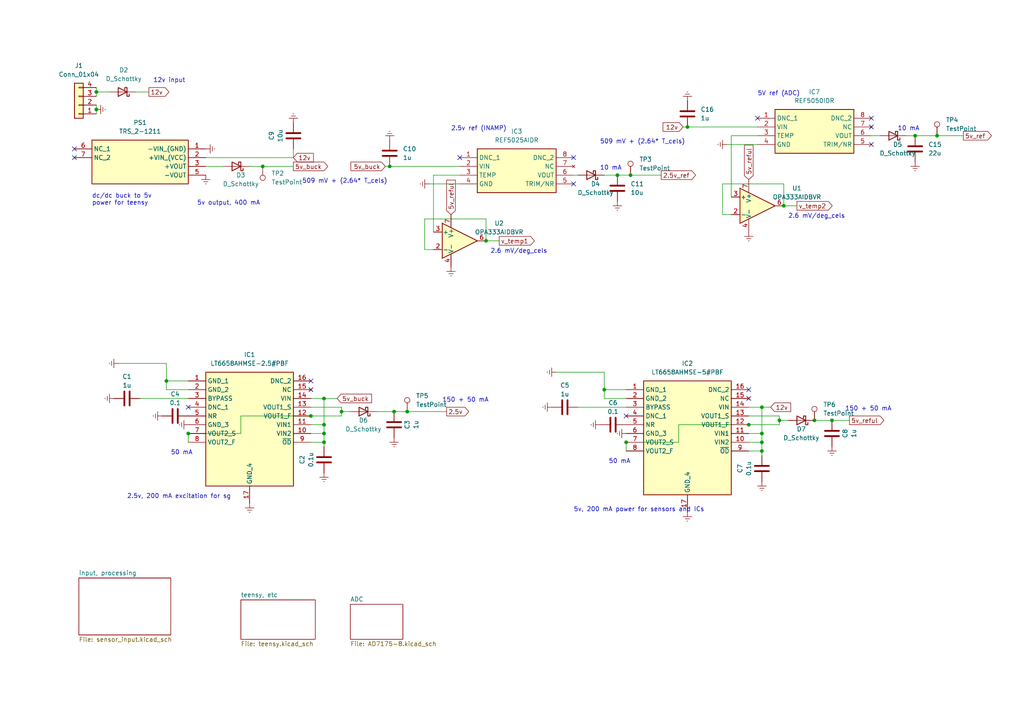
<source format=kicad_sch>
(kicad_sch (version 20230121) (generator eeschema)
  (paper "A4")
  (lib_symbols
    (symbol "21xt_symbols:LT6658AHMSE-2.5#PBF"
      (property "Reference" "IC" (at 31.75 7.62 0))
      (property "Value" "LT6658AHMSE-2.5#PBF" (at 31.75 5.08 0))
      (symbol "LT6658AHMSE-2.5#PBF_1_1"
        (rectangle (start 5.08 2.54) (end 30.48 -30.48) (stroke (width 0.254)) (fill (type background)))
        (pin passive line (at 0 0 0) (length 5.08) (name "GND_1") (number "1"))
        (pin passive line (at 35.56 -15.24 180) (length 5.08) (name "VIN2") (number "10"))
        (pin passive line (at 35.56 -12.7 180) (length 5.08) (name "VIN1") (number "11"))
        (pin passive line (at 35.56 -10.16 180) (length 5.08) (name "VOUT1_F") (number "12"))
        (pin passive line (at 35.56 -7.62 180) (length 5.08) (name "VOUT1_S") (number "13"))
        (pin passive line (at 35.56 -5.08 180) (length 5.08) (name "VIN") (number "14"))
        (pin no_connect line (at 35.56 -2.54 180) (length 5.08) (name "NC") (number "15"))
        (pin passive line (at 35.56 0 180) (length 5.08) (name "DNC_2") (number "16"))
        (pin passive line (at 17.78 -35.56 90) (length 5.08) (name "GND_4") (number "17"))
        (pin passive line (at 0 -2.54 0) (length 5.08) (name "GND_2") (number "2"))
        (pin passive line (at 0 -5.08 0) (length 5.08) (name "BYPASS") (number "3"))
        (pin passive line (at 0 -7.62 0) (length 5.08) (name "DNC_1") (number "4"))
        (pin passive line (at 0 -10.16 0) (length 5.08) (name "NR") (number "5"))
        (pin passive line (at 0 -12.7 0) (length 5.08) (name "GND_3") (number "6"))
        (pin passive line (at 0 -15.24 0) (length 5.08) (name "VOUT2_S") (number "7"))
        (pin passive line (at 0 -17.78 0) (length 5.08) (name "VOUT2_F") (number "8"))
        (pin passive line (at 35.56 -17.78 180) (length 5.08) (name "~{OD}") (number "9"))
      )
    )
    (symbol "21xt_symbols:LT6658AHMSE-5#PBF"
      (property "Reference" "IC" (at 31.75 7.62 0))
      (property "Value" "LT6658AHMSE-5#PBF" (at 31.75 5.08 0))
      (symbol "LT6658AHMSE-5#PBF_1_1"
        (rectangle (start 5.08 2.54) (end 30.48 -30.48) (stroke (width 0.254)) (fill (type background)))
        (pin passive line (at 0 0 0) (length 5.08) (name "GND_1") (number "1"))
        (pin passive line (at 35.56 -15.24 180) (length 5.08) (name "VIN2") (number "10"))
        (pin passive line (at 35.56 -12.7 180) (length 5.08) (name "VIN1") (number "11"))
        (pin passive line (at 35.56 -10.16 180) (length 5.08) (name "VOUT1_F") (number "12"))
        (pin passive line (at 35.56 -7.62 180) (length 5.08) (name "VOUT1_S") (number "13"))
        (pin passive line (at 35.56 -5.08 180) (length 5.08) (name "VIN") (number "14"))
        (pin no_connect line (at 35.56 -2.54 180) (length 5.08) (name "NC") (number "15"))
        (pin passive line (at 35.56 0 180) (length 5.08) (name "DNC_2") (number "16"))
        (pin passive line (at 17.78 -35.56 90) (length 5.08) (name "GND_4") (number "17"))
        (pin passive line (at 0 -2.54 0) (length 5.08) (name "GND_2") (number "2"))
        (pin passive line (at 0 -5.08 0) (length 5.08) (name "BYPASS") (number "3"))
        (pin passive line (at 0 -7.62 0) (length 5.08) (name "DNC_1") (number "4"))
        (pin passive line (at 0 -10.16 0) (length 5.08) (name "NR") (number "5"))
        (pin passive line (at 0 -12.7 0) (length 5.08) (name "GND_3") (number "6"))
        (pin passive line (at 0 -15.24 0) (length 5.08) (name "VOUT2_S") (number "7"))
        (pin passive line (at 0 -17.78 0) (length 5.08) (name "VOUT2_F") (number "8"))
        (pin passive line (at 35.56 -17.78 180) (length 5.08) (name "~{OD}") (number "9"))
      )
    )
    (symbol "21xt_symbols:REF5050IDR"
      (property "Reference" "IC" (at 29.21 7.62 0))
      (property "Value" "REF5050IDR" (at 29.21 5.08 0))
      (symbol "REF5050IDR_1_1"
        (rectangle (start 5.08 2.54) (end 27.94 -10.16) (stroke (width 0.254)) (fill (type background)))
        (pin passive line (at 0 0 0) (length 5.08) (name "DNC_1") (number "1"))
        (pin passive line (at 0 -2.54 0) (length 5.08) (name "VIN") (number "2"))
        (pin passive line (at 0 -5.08 0) (length 5.08) (name "TEMP") (number "3"))
        (pin passive line (at 0 -7.62 0) (length 5.08) (name "GND") (number "4"))
        (pin passive line (at 33.02 -7.62 180) (length 5.08) (name "TRIM/NR") (number "5"))
        (pin passive line (at 33.02 -5.08 180) (length 5.08) (name "VOUT") (number "6"))
        (pin no_connect line (at 33.02 -2.54 180) (length 5.08) (name "NC") (number "7"))
        (pin passive line (at 33.02 0 180) (length 5.08) (name "DNC_2") (number "8"))
      )
    )
    (symbol "21xt_symbols:TRS_2-1211"
      (property "Reference" "PS" (at 34.29 7.62 0))
      (property "Value" "TRS_2-1211" (at 34.29 5.08 0))
      (symbol "TRS_2-1211_1_1"
        (rectangle (start 5.08 2.54) (end 33.02 -10.16) (stroke (width 0.254)) (fill (type background)))
        (pin passive line (at 38.1 0 180) (length 5.08) (name "-VIN_(GND)") (number "1"))
        (pin passive line (at 38.1 -2.54 180) (length 5.08) (name "+VIN_(VCC)") (number "2"))
        (pin passive line (at 38.1 -5.08 180) (length 5.08) (name "+VOUT") (number "3"))
        (pin passive line (at 38.1 -7.62 180) (length 5.08) (name "-VOUT") (number "5"))
        (pin passive line (at 0 0 0) (length 5.08) (name "NC_1") (number "6"))
        (pin passive line (at 0 -2.54 0) (length 5.08) (name "NC_2") (number "7"))
      )
    )
    (symbol "Amplifier_Operational:OPA333xxD" (pin_names (offset 0.127))
      (property "Reference" "U" (at 0 6.35 0))
      (property "Value" "OPA333xxD" (at 0 3.81 0))
      (symbol "OPA333xxD_0_1"
        (polyline (pts (xy -5.08 5.08) (xy 5.08 0) (xy -5.08 -5.08) (xy -5.08 5.08)) (stroke (width 0.254)) (fill (type background)))
      )
      (symbol "OPA333xxD_1_1"
        (pin no_connect line (at -2.54 2.54 270) (length 2.54) hide (name "NC") (number "1"))
        (pin input line (at -7.62 -2.54 0) (length 2.54) (name "-") (number "2"))
        (pin input line (at -7.62 2.54 0) (length 2.54) (name "+") (number "3"))
        (pin power_in line (at -2.54 -7.62 90) (length 3.81) (name "V-") (number "4"))
        (pin no_connect line (at 0 2.54 270) (length 2.54) hide (name "NC") (number "5"))
        (pin output line (at 7.62 0 180) (length 2.54) (name "~") (number "6"))
        (pin power_in line (at -2.54 7.62 270) (length 3.81) (name "V+") (number "7"))
        (pin no_connect line (at 0 -2.54 90) (length 2.54) hide (name "NC") (number "8"))
      )
    )
    (symbol "Connector:TestPoint" (pin_numbers hide) (pin_names (offset 0.762) hide)
      (property "Reference" "TP" (at 0 6.858 0))
      (property "Value" "TestPoint" (at 0 5.08 0))
      (symbol "TestPoint_0_1"
        (circle (center 0 3.302) (radius 0.762))
      )
      (symbol "TestPoint_1_1"
        (pin passive line (at 0 0 90) (length 2.54) (name "1") (number "1"))
      )
    )
    (symbol "Connector_Generic:Conn_01x04" (pin_names (offset 1.016) hide)
      (property "Reference" "J" (at 0 5.08 0))
      (property "Value" "Conn_01x04" (at 0 -7.62 0))
      (symbol "Conn_01x04_1_1"
        (rectangle (start -1.27 -4.953) (end 0 -5.207) (stroke (width 0.1524)))
        (rectangle (start -1.27 -2.413) (end 0 -2.667) (stroke (width 0.1524)))
        (rectangle (start -1.27 0.127) (end 0 -0.127) (stroke (width 0.1524)))
        (rectangle (start -1.27 2.667) (end 0 2.413) (stroke (width 0.1524)))
        (rectangle (start -1.27 3.81) (end 1.27 -6.35) (stroke (width 0.254)) (fill (type background)))
        (pin passive line (at -5.08 2.54 0) (length 3.81) (name "Pin_1") (number "1"))
        (pin passive line (at -5.08 0 0) (length 3.81) (name "Pin_2") (number "2"))
        (pin passive line (at -5.08 -2.54 0) (length 3.81) (name "Pin_3") (number "3"))
        (pin passive line (at -5.08 -5.08 0) (length 3.81) (name "Pin_4") (number "4"))
      )
    )
    (symbol "Device:C" (pin_numbers hide) (pin_names (offset 0.254))
      (property "Reference" "C" (at 0.635 2.54 0))
      (property "Value" "C" (at 0.635 -2.54 0))
      (symbol "C_0_1"
        (polyline (pts (xy -2.032 -0.762) (xy 2.032 -0.762)) (stroke (width 0.508)))
        (polyline (pts (xy -2.032 0.762) (xy 2.032 0.762)) (stroke (width 0.508)))
      )
      (symbol "C_1_1"
        (pin passive line (at 0 3.81 270) (length 2.794) (name "~") (number "1"))
        (pin passive line (at 0 -3.81 90) (length 2.794) (name "~") (number "2"))
      )
    )
    (symbol "Device:D_Schottky" (pin_numbers hide) (pin_names (offset 1.016) hide)
      (property "Reference" "D" (at 0 2.54 0))
      (property "Value" "D_Schottky" (at 0 -2.54 0))
      (symbol "D_Schottky_0_1"
        (polyline (pts (xy 1.27 0) (xy -1.27 0)))
        (polyline (pts (xy 1.27 1.27) (xy 1.27 -1.27) (xy -1.27 0) (xy 1.27 1.27)) (stroke (width 0.254)))
        (polyline (pts (xy -1.905 0.635) (xy -1.905 1.27) (xy -1.27 1.27) (xy -1.27 -1.27) (xy -0.635 -1.27) (xy -0.635 -0.635)) (stroke (width 0.254)))
      )
      (symbol "D_Schottky_1_1"
        (pin passive line (at -3.81 0 0) (length 2.54) (name "K") (number "1"))
        (pin passive line (at 3.81 0 180) (length 2.54) (name "A") (number "2"))
      )
    )
    (symbol "power:Earth" (power) (pin_names (offset 0))
      (symbol "Earth_0_1"
        (polyline (pts (xy -0.635 -1.905) (xy 0.635 -1.905)))
        (polyline (pts (xy -0.127 -2.54) (xy 0.127 -2.54)))
        (polyline (pts (xy 0 -1.27) (xy 0 0)))
        (polyline (pts (xy 1.27 -1.27) (xy -1.27 -1.27)))
      )
      (symbol "Earth_1_1"
        (pin power_in line (at 0 0 270) (length 0) hide (name "Earth") (number "1"))
      )
    )
  )
  (junction (at 226.06 121.92))
  (junction (at 54.61 125.73))
  (junction (at 271.78 39.37))
  (junction (at 48.26 110.49))
  (junction (at 241.3 121.92))
  (junction (at 265.43 39.37))
  (junction (at 90.17 120.65))
  (junction (at 220.98 125.73))
  (junction (at 182.88 50.8))
  (junction (at 93.98 125.73))
  (junction (at 227.33 59.69))
  (junction (at 93.98 115.57))
  (junction (at 76.2 48.26))
  (junction (at 140.97 69.85))
  (junction (at 220.98 130.81))
  (junction (at 220.98 128.27))
  (junction (at 220.98 118.11))
  (junction (at 113.03 48.26))
  (junction (at 114.3 119.38))
  (junction (at 93.98 128.27))
  (junction (at 175.26 113.03))
  (junction (at 199.39 36.83))
  (junction (at 217.17 123.19))
  (junction (at 236.22 121.92))
  (junction (at 99.06 119.38))
  (junction (at 93.98 123.19))
  (junction (at 118.11 119.38))
  (junction (at 181.61 128.27))
  (junction (at 27.94 31.75))
  (junction (at 179.07 50.8))
  (junction (at 27.94 26.67))
  (no_connect (at 166.37 53.34))
  (no_connect (at 21.59 45.72))
  (no_connect (at 133.35 45.72))
  (no_connect (at 181.61 120.65))
  (no_connect (at 219.71 34.29))
  (no_connect (at 252.73 36.83))
  (no_connect (at 21.59 43.18))
  (no_connect (at 252.73 41.91))
  (no_connect (at 166.37 45.72))
  (no_connect (at 90.17 110.49))
  (no_connect (at 252.73 34.29))
  (no_connect (at 217.17 115.57))
  (no_connect (at 54.61 118.11))
  (no_connect (at 90.17 113.03))
  (no_connect (at 217.17 113.03))
  (wire (pts (xy 48.26 113.03) (xy 48.26 110.49)))
  (wire (pts (xy 175.26 113.03) (xy 181.61 113.03)))
  (wire (pts (xy 90.17 125.73) (xy 93.98 125.73)))
  (wire (pts (xy 125.73 50.8) (xy 133.35 50.8)))
  (wire (pts (xy 93.98 115.57) (xy 93.98 123.19)))
  (wire (pts (xy 123.19 72.39) (xy 123.19 63.5)))
  (wire (pts (xy 226.06 121.92) (xy 228.6 121.92)))
  (wire (pts (xy 181.61 128.27) (xy 196.85 128.27)))
  (wire (pts (xy 209.55 62.23) (xy 209.55 53.34)))
  (wire (pts (xy 113.03 48.26) (xy 133.35 48.26)))
  (wire (pts (xy 179.07 50.8) (xy 182.88 50.8)))
  (wire (pts (xy 54.61 125.73) (xy 54.61 128.27)))
  (wire (pts (xy 90.17 120.65) (xy 99.06 120.65)))
  (wire (pts (xy 262.89 39.37) (xy 265.43 39.37)))
  (wire (pts (xy 59.69 48.26) (xy 64.77 48.26)))
  (wire (pts (xy 226.06 121.92) (xy 226.06 123.19)))
  (wire (pts (xy 212.09 62.23) (xy 209.55 62.23)))
  (wire (pts (xy 175.26 107.95) (xy 175.26 113.03)))
  (wire (pts (xy 39.37 26.67) (xy 43.18 26.67)))
  (wire (pts (xy 27.94 31.75) (xy 27.94 33.02)))
  (wire (pts (xy 227.33 53.34) (xy 227.33 59.69)))
  (wire (pts (xy 182.88 50.8) (xy 191.77 50.8)))
  (wire (pts (xy 140.97 69.85) (xy 144.78 69.85)))
  (wire (pts (xy 220.98 125.73) (xy 217.17 125.73)))
  (wire (pts (xy 99.06 119.38) (xy 99.06 120.65)))
  (wire (pts (xy 93.98 115.57) (xy 97.79 115.57)))
  (wire (pts (xy 196.85 128.27) (xy 196.85 123.19)))
  (wire (pts (xy 209.55 53.34) (xy 227.33 53.34)))
  (wire (pts (xy 54.61 113.03) (xy 48.26 113.03)))
  (wire (pts (xy 236.22 121.92) (xy 241.3 121.92)))
  (wire (pts (xy 99.06 118.11) (xy 99.06 119.38)))
  (wire (pts (xy 40.64 115.57) (xy 54.61 115.57)))
  (wire (pts (xy 212.09 39.37) (xy 219.71 39.37)))
  (wire (pts (xy 220.98 132.08) (xy 220.98 130.81)))
  (wire (pts (xy 125.73 72.39) (xy 123.19 72.39)))
  (wire (pts (xy 226.06 120.65) (xy 226.06 121.92)))
  (wire (pts (xy 27.94 30.48) (xy 27.94 31.75)))
  (wire (pts (xy 217.17 130.81) (xy 220.98 130.81)))
  (wire (pts (xy 90.17 118.11) (xy 99.06 118.11)))
  (wire (pts (xy 212.09 57.15) (xy 212.09 39.37)))
  (wire (pts (xy 252.73 39.37) (xy 255.27 39.37)))
  (wire (pts (xy 125.73 67.31) (xy 125.73 50.8)))
  (wire (pts (xy 271.78 39.37) (xy 279.4 39.37)))
  (wire (pts (xy 72.39 48.26) (xy 76.2 48.26)))
  (wire (pts (xy 198.12 36.83) (xy 199.39 36.83)))
  (wire (pts (xy 175.26 115.57) (xy 175.26 113.03)))
  (wire (pts (xy 265.43 39.37) (xy 271.78 39.37)))
  (wire (pts (xy 167.64 118.11) (xy 181.61 118.11)))
  (wire (pts (xy 223.52 118.11) (xy 220.98 118.11)))
  (wire (pts (xy 217.17 123.19) (xy 226.06 123.19)))
  (wire (pts (xy 27.94 26.67) (xy 31.75 26.67)))
  (wire (pts (xy 118.11 119.38) (xy 129.54 119.38)))
  (wire (pts (xy 220.98 128.27) (xy 220.98 125.73)))
  (wire (pts (xy 123.19 63.5) (xy 140.97 63.5)))
  (wire (pts (xy 59.69 45.72) (xy 85.09 45.72)))
  (wire (pts (xy 217.17 118.11) (xy 220.98 118.11)))
  (wire (pts (xy 90.17 115.57) (xy 93.98 115.57)))
  (wire (pts (xy 34.29 105.41) (xy 48.26 105.41)))
  (wire (pts (xy 109.22 119.38) (xy 114.3 119.38)))
  (wire (pts (xy 217.17 128.27) (xy 220.98 128.27)))
  (wire (pts (xy 124.46 53.34) (xy 133.35 53.34)))
  (wire (pts (xy 54.61 125.73) (xy 69.85 125.73)))
  (wire (pts (xy 48.26 110.49) (xy 54.61 110.49)))
  (wire (pts (xy 199.39 36.83) (xy 219.71 36.83)))
  (wire (pts (xy 48.26 105.41) (xy 48.26 110.49)))
  (wire (pts (xy 27.94 25.4) (xy 27.94 26.67)))
  (wire (pts (xy 93.98 128.27) (xy 93.98 125.73)))
  (wire (pts (xy 76.2 48.26) (xy 85.09 48.26)))
  (wire (pts (xy 220.98 130.81) (xy 220.98 128.27)))
  (wire (pts (xy 85.09 43.18) (xy 85.09 45.72)))
  (wire (pts (xy 140.97 63.5) (xy 140.97 69.85)))
  (wire (pts (xy 175.26 50.8) (xy 179.07 50.8)))
  (wire (pts (xy 220.98 118.11) (xy 220.98 125.73)))
  (wire (pts (xy 196.85 123.19) (xy 217.17 123.19)))
  (wire (pts (xy 93.98 125.73) (xy 93.98 123.19)))
  (wire (pts (xy 114.3 119.38) (xy 118.11 119.38)))
  (wire (pts (xy 93.98 129.54) (xy 93.98 128.27)))
  (wire (pts (xy 161.29 107.95) (xy 175.26 107.95)))
  (wire (pts (xy 241.3 121.92) (xy 246.38 121.92)))
  (wire (pts (xy 99.06 119.38) (xy 101.6 119.38)))
  (wire (pts (xy 27.94 26.67) (xy 27.94 27.94)))
  (wire (pts (xy 181.61 128.27) (xy 181.61 130.81)))
  (wire (pts (xy 166.37 50.8) (xy 167.64 50.8)))
  (wire (pts (xy 93.98 123.19) (xy 90.17 123.19)))
  (wire (pts (xy 227.33 59.69) (xy 231.14 59.69)))
  (wire (pts (xy 217.17 120.65) (xy 226.06 120.65)))
  (wire (pts (xy 90.17 128.27) (xy 93.98 128.27)))
  (wire (pts (xy 69.85 120.65) (xy 90.17 120.65)))
  (wire (pts (xy 111.76 48.26) (xy 113.03 48.26)))
  (wire (pts (xy 69.85 125.73) (xy 69.85 120.65)))
  (wire (pts (xy 181.61 115.57) (xy 175.26 115.57)))
  (wire (pts (xy 210.82 41.91) (xy 219.71 41.91)))
  (text "2.5v, 200 mA excitation for sg" (at 36.83 144.78 0) (effects (font (size 1.27 1.27)) (justify left bottom)))
  (text "150 + 50 mA" (at 128.27 116.84 0) (effects (font (size 1.27 1.27)) (justify left bottom)))
  (text "50 mA" (at 49.53 132.08 0) (effects (font (size 1.27 1.27)) (justify left bottom)))
  (text "50 mA" (at 176.53 134.62 0) (effects (font (size 1.27 1.27)) (justify left bottom)))
  (text "10 mA" (at 173.99 49.53 0) (effects (font (size 1.27 1.27)) (justify left bottom)))
  (text "5V ref (ADC)" (at 219.71 27.94 0) (effects (font (size 1.27 1.27)) (justify left bottom)))
  (text "12v input" (at 44.45 24.13 0) (effects (font (size 1.27 1.27)) (justify left bottom)))
  (text "5v, 200 mA power for sensors and ICs" (at 166.37 148.59 0) (effects (font (size 1.27 1.27)) (justify left bottom)))
  (text "2.5v ref (INAMP)" (at 130.81 38.1 0) (effects (font (size 1.27 1.27)) (justify left bottom)))
  (text "2.6 mV/deg_cels" (at 228.6 63.5 0) (effects (font (size 1.27 1.27)) (justify left bottom)))
  (text "2.6 mV/deg_cels" (at 142.24 73.66 0) (effects (font (size 1.27 1.27)) (justify left bottom)))
  (text "dc/dc buck to 5v \npower for teensy" (at 26.67 59.69 0) (effects (font (size 1.27 1.27)) (justify left bottom)))
  (text "10 mA" (at 260.35 38.1 0) (effects (font (size 1.27 1.27)) (justify left bottom)))
  (text "5v output, 400 mA" (at 57.15 59.69 0) (effects (font (size 1.27 1.27)) (justify left bottom)))
  (text "150 + 50 mA" (at 245.11 119.38 0) (effects (font (size 1.27 1.27)) (justify left bottom)))
  (text "509 mV + (2.64* T_cels)" (at 173.99 41.91 0) (effects (font (size 1.27 1.27)) (justify left bottom)))
  (text "509 mV + (2.64* T_cels)" (at 87.63 53.34 0) (effects (font (size 1.27 1.27)) (justify left bottom)))
  (global_label "2.5v" (shape output) (at 129.54 119.38 0) (property "Intersheetrefs" "${INTERSHEET_REFS}" (effects hide)))
  (global_label "12v" (shape input) (at 198.12 36.83 180) (property "Intersheetrefs" "${INTERSHEET_REFS}" (effects hide)))
  (global_label "2.5v_ref" (shape output) (at 191.77 50.8 0) (property "Intersheetrefs" "${INTERSHEET_REFS}" (effects hide)))
  (global_label "5v_reful" (shape input) (at 130.81 62.23 90) (property "Intersheetrefs" "${INTERSHEET_REFS}" (effects hide)))
  (global_label "v_temp2" (shape output) (at 231.14 59.69 0) (property "Intersheetrefs" "${INTERSHEET_REFS}" (effects hide)))
  (global_label "5v_buck" (shape input) (at 111.76 48.26 180) (property "Intersheetrefs" "${INTERSHEET_REFS}" (effects hide)))
  (global_label "5v_reful" (shape input) (at 217.17 52.07 90) (property "Intersheetrefs" "${INTERSHEET_REFS}" (effects hide)))
  (global_label "12v" (shape output) (at 43.18 26.67 0) (property "Intersheetrefs" "${INTERSHEET_REFS}" (effects hide)))
  (global_label "12v" (shape input) (at 85.09 45.72 0) (property "Intersheetrefs" "${INTERSHEET_REFS}" (effects hide)))
  (global_label "5v_buck" (shape output) (at 85.09 48.26 0) (property "Intersheetrefs" "${INTERSHEET_REFS}" (effects hide)))
  (global_label "12v" (shape input) (at 223.52 118.11 0) (property "Intersheetrefs" "${INTERSHEET_REFS}" (effects hide)))
  (global_label "5v_ref" (shape output) (at 279.4 39.37 0) (property "Intersheetrefs" "${INTERSHEET_REFS}" (effects hide)))
  (global_label "5v_reful" (shape output) (at 246.38 121.92 0) (property "Intersheetrefs" "${INTERSHEET_REFS}" (effects hide)))
  (global_label "v_temp1" (shape output) (at 144.78 69.85 0) (property "Intersheetrefs" "${INTERSHEET_REFS}" (effects hide)))
  (global_label "5v_buck" (shape input) (at 97.79 115.57 0) (property "Intersheetrefs" "${INTERSHEET_REFS}" (effects hide)))
  (symbol (lib_id "power:Earth") (at 72.39 146.05 0) (unit 1)
    (property "Reference" "#PWR06" (effects hide))
    (property "Value" "Earth" (effects hide))
  )
  (symbol (lib_id "Device:C") (at 265.43 43.18 0) (unit 1)
    (property "Reference" "C15" (at 269.24 41.91 0) (effects (justify left)))
    (property "Value" "22u" (at 269.24 44.45 0) (effects (justify left)))
    (property "Footprint" "Capacitor_SMD:C_0603_1608Metric" (effects hide))
  )
  (symbol (lib_id "Amplifier_Operational:OPA333xxD") (at 133.35 69.85 0) (unit 1)
    (property "Reference" "U2" (at 144.78 64.77 0))
    (property "Value" "OPA333AIDBVR" (at 144.78 67.31 0))
    (property "Footprint" "Package_SO:SOIC-8_3.9x4.9mm_P1.27mm" (effects hide))
    (property "Datasheet" "http://www.ti.com/lit/ds/symlink/opa333.pdf" (effects hide))
  )
  (symbol (lib_id "21xt_symbols:REF5050IDR") (at 133.35 45.72 0) (unit 1)
    (property "Reference" "IC3" (at 149.86 38.1 0))
    (property "Value" "REF5025AIDR" (at 149.86 40.64 0))
    (property "Footprint" "21xt_footprints:SOIC127P599X175-8N" (effects hide))
    (property "Datasheet" "http://www.ti.com/lit/gpn/ref5050" (effects hide))
    (property "Height" "1.75" (effects hide))
    (property "Mouser Part Number" "595-REF5050IDR" (effects hide))
    (property "Mouser Price/Stock" "https://www.mouser.co.uk/ProductDetail/Texas-Instruments/REF5050IDR?qs=xL7PkI2RoJ6ioxG%2FxfIGUw%3D%3D" (effects hide))
    (property "Manufacturer_Name" "Texas Instruments" (effects hide))
    (property "Manufacturer_Part_Number" "REF5050IDR" (effects hide))
  )
  (symbol (lib_id "Device:D_Schottky") (at 68.58 48.26 180) (unit 1)
    (property "Reference" "D3" (at 69.85 50.8 0))
    (property "Value" "D_Schottky" (at 69.85 53.34 0))
    (property "Footprint" "Diode_SMD:D_0603_1608Metric" (effects hide))
  )
  (symbol (lib_id "Device:C") (at 199.39 33.02 180) (unit 1)
    (property "Reference" "C16" (at 203.2 31.75 0) (effects (justify right)))
    (property "Value" "1u" (at 203.2 34.29 0) (effects (justify right)))
    (property "Footprint" "Capacitor_SMD:C_0603_1608Metric" (effects hide))
  )
  (symbol (lib_id "power:Earth") (at 179.07 58.42 0) (unit 1)
    (property "Reference" "#PWR021" (effects hide))
    (property "Value" "Earth" (effects hide))
  )
  (symbol (lib_id "Device:C") (at 220.98 135.89 180) (unit 1)
    (property "Reference" "C7" (at 214.63 135.89 90))
    (property "Value" "0.1u" (at 217.17 135.89 90))
    (property "Footprint" "Capacitor_SMD:C_0603_1608Metric" (effects hide))
  )
  (symbol (lib_id "Device:C") (at 113.03 44.45 180) (unit 1)
    (property "Reference" "C10" (at 116.84 43.18 0) (effects (justify right)))
    (property "Value" "1u" (at 116.84 45.72 0) (effects (justify right)))
    (property "Footprint" "Capacitor_SMD:C_0603_1608Metric" (effects hide))
  )
  (symbol (lib_id "power:Earth") (at 59.69 43.18 90) (unit 1)
    (property "Reference" "#PWR01" (effects hide))
    (property "Value" "Earth" (effects hide))
  )
  (symbol (lib_id "power:Earth") (at 199.39 29.21 180) (unit 1)
    (property "Reference" "#PWR026" (effects hide))
    (property "Value" "Earth" (effects hide))
  )
  (symbol (lib_id "power:Earth") (at 34.29 105.41 270) (unit 1)
    (property "Reference" "#PWR03" (effects hide))
    (property "Value" "Earth" (effects hide))
  )
  (symbol (lib_id "power:Earth") (at 210.82 41.91 270) (unit 1)
    (property "Reference" "#PWR027" (effects hide))
    (property "Value" "Earth" (effects hide))
  )
  (symbol (lib_id "21xt_symbols:REF5050IDR") (at 219.71 34.29 0) (unit 1)
    (property "Reference" "IC7" (at 236.22 26.67 0))
    (property "Value" "REF5050IDR" (at 236.22 29.21 0))
    (property "Footprint" "21xt_footprints:SOIC127P599X175-8N" (effects hide))
    (property "Datasheet" "http://www.ti.com/lit/gpn/ref5050" (effects hide))
    (property "Height" "1.75" (effects hide))
    (property "Mouser Part Number" "595-REF5050IDR" (effects hide))
    (property "Mouser Price/Stock" "https://www.mouser.co.uk/ProductDetail/Texas-Instruments/REF5050IDR?qs=xL7PkI2RoJ6ioxG%2FxfIGUw%3D%3D" (effects hide))
    (property "Manufacturer_Name" "Texas Instruments" (effects hide))
    (property "Manufacturer_Part_Number" "REF5050IDR" (effects hide))
  )
  (symbol (lib_id "power:Earth") (at 114.3 127 0) (unit 1)
    (property "Reference" "#PWR09" (effects hide))
    (property "Value" "Earth" (effects hide))
  )
  (symbol (lib_id "Device:D_Schottky") (at 35.56 26.67 180) (unit 1)
    (property "Reference" "D2" (at 35.8775 20.32 0))
    (property "Value" "D_Schottky" (at 35.8775 22.86 0))
    (property "Footprint" "Diode_SMD:D_1206_3216Metric" (effects hide))
  )
  (symbol (lib_id "Device:C") (at 179.07 54.61 0) (unit 1)
    (property "Reference" "C11" (at 182.88 53.34 0) (effects (justify left)))
    (property "Value" "10u" (at 182.88 55.88 0) (effects (justify left)))
    (property "Footprint" "Capacitor_SMD:C_0603_1608Metric" (effects hide))
  )
  (symbol (lib_id "power:Earth") (at 113.03 40.64 180) (unit 1)
    (property "Reference" "#PWR016" (effects hide))
    (property "Value" "Earth" (effects hide))
  )
  (symbol (lib_id "Device:C") (at 241.3 125.73 180) (unit 1)
    (property "Reference" "C8" (at 245.11 125.73 90))
    (property "Value" "1u" (at 247.65 125.73 90))
    (property "Footprint" "Capacitor_SMD:C_0603_1608Metric" (effects hide))
  )
  (symbol (lib_id "Device:D_Schottky") (at 232.41 121.92 180) (unit 1)
    (property "Reference" "D7" (at 232.41 124.46 0))
    (property "Value" "D_Schottky" (at 232.41 127 0))
    (property "Footprint" "Diode_SMD:D_0603_1608Metric" (effects hide))
  )
  (symbol (lib_id "power:Earth") (at 217.17 67.31 0) (unit 1)
    (property "Reference" "#PWR07" (effects hide))
    (property "Value" "Earth" (effects hide))
  )
  (symbol (lib_id "Device:C") (at 177.8 123.19 90) (unit 1)
    (property "Reference" "C6" (at 177.8 116.84 90))
    (property "Value" "0.1" (at 177.8 119.38 90))
    (property "Footprint" "Capacitor_SMD:C_0603_1608Metric" (effects hide))
  )
  (symbol (lib_id "power:Earth") (at 85.09 35.56 180) (unit 1)
    (property "Reference" "#PWR020" (effects hide))
    (property "Value" "Earth" (effects hide))
  )
  (symbol (lib_id "Connector:TestPoint") (at 76.2 48.26 180) (unit 1)
    (property "Reference" "TP2" (at 78.74 50.292 0) (effects (justify right)))
    (property "Value" "TestPoint" (at 78.74 52.832 0) (effects (justify right)))
    (property "Footprint" "TestPoint:TestPoint_Pad_2.0x2.0mm" (effects hide))
  )
  (symbol (lib_id "power:Earth") (at 161.29 107.95 270) (unit 1)
    (property "Reference" "#PWR068" (effects hide))
    (property "Value" "Earth" (effects hide))
  )
  (symbol (lib_id "Device:C") (at 36.83 115.57 90) (unit 1)
    (property "Reference" "C1" (at 36.83 109.22 90))
    (property "Value" "1u" (at 36.83 111.76 90))
    (property "Footprint" "Capacitor_SMD:C_0603_1608Metric" (effects hide))
  )
  (symbol (lib_id "power:Earth") (at 220.98 139.7 0) (unit 1)
    (property "Reference" "#PWR072" (effects hide))
    (property "Value" "Earth" (effects hide))
  )
  (symbol (lib_id "Device:D_Schottky") (at 105.41 119.38 180) (unit 1)
    (property "Reference" "D6" (at 105.41 121.92 0))
    (property "Value" "D_Schottky" (at 105.41 124.46 0))
    (property "Footprint" "Diode_SMD:D_0603_1608Metric" (effects hide))
  )
  (symbol (lib_id "Connector_Generic:Conn_01x04") (at 22.86 30.48 180) (unit 1)
    (property "Reference" "J1" (at 22.86 19.05 0))
    (property "Value" "Conn_01x04" (at 22.86 21.59 0))
    (property "Footprint" "Connector_JST:JST_EH_B4B-EH-A_1x04_P2.50mm_Vertical" (effects hide))
  )
  (symbol (lib_id "Device:C") (at 93.98 133.35 180) (unit 1)
    (property "Reference" "C2" (at 87.63 133.35 90))
    (property "Value" "0.1u" (at 90.17 133.35 90))
    (property "Footprint" "Capacitor_SMD:C_0603_1608Metric" (effects hide))
  )
  (symbol (lib_id "21xt_symbols:TRS_2-1211") (at 21.59 43.18 0) (unit 1)
    (property "Reference" "PS1" (at 40.64 35.56 0))
    (property "Value" "TRS_2-1211" (at 40.64 38.1 0))
    (property "Footprint" "21xt_footprints:CONV_TRS_2-2419" (effects hide))
    (property "Datasheet" "https://tracopower.com/trs2-datasheet/" (effects hide))
    (property "Height" "8" (effects hide))
    (property "Mouser Part Number" "495-TRS2-1211" (effects hide))
    (property "Mouser Price/Stock" "https://www.mouser.co.uk/ProductDetail/TRACO-Power/TRS-2-1211?qs=wUXugUrL1qziI%252BEzex2I6g%3D%3D" (effects hide))
    (property "Manufacturer_Name" "Traco Power" (effects hide))
    (property "Manufacturer_Part_Number" "TRS 2-1211" (effects hide))
  )
  (symbol (lib_id "power:Earth") (at 265.43 46.99 0) (unit 1)
    (property "Reference" "#PWR024" (effects hide))
    (property "Value" "Earth" (effects hide))
  )
  (symbol (lib_id "Amplifier_Operational:OPA333xxD") (at 219.71 59.69 0) (unit 1)
    (property "Reference" "U1" (at 231.14 54.61 0))
    (property "Value" "OPA333AIDBVR" (at 231.14 57.15 0))
    (property "Footprint" "Package_SO:SOIC-8_3.9x4.9mm_P1.27mm" (effects hide))
    (property "Datasheet" "http://www.ti.com/lit/ds/symlink/opa333.pdf" (effects hide))
  )
  (symbol (lib_id "Device:D_Schottky") (at 259.08 39.37 180) (unit 1)
    (property "Reference" "D5" (at 260.35 41.91 0))
    (property "Value" "D_Schottky" (at 260.35 44.45 0))
    (property "Footprint" "Diode_SMD:D_0603_1608Metric" (effects hide))
  )
  (symbol (lib_id "power:Earth") (at 124.46 53.34 270) (unit 1)
    (property "Reference" "#PWR051" (effects hide))
    (property "Value" "Earth" (effects hide))
  )
  (symbol (lib_id "Device:C") (at 85.09 39.37 180) (unit 1)
    (property "Reference" "C9" (at 78.74 39.37 90))
    (property "Value" "10u" (at 81.28 39.37 90))
    (property "Footprint" "Capacitor_SMD:C_1206_3216Metric" (effects hide))
  )
  (symbol (lib_id "Device:D_Schottky") (at 171.45 50.8 180) (unit 1)
    (property "Reference" "D4" (at 172.72 53.34 0))
    (property "Value" "D_Schottky" (at 172.72 55.88 0))
    (property "Footprint" "Diode_SMD:D_0603_1608Metric" (effects hide))
  )
  (symbol (lib_id "power:Earth") (at 59.69 50.8 0) (unit 1)
    (property "Reference" "#PWR02" (effects hide))
    (property "Value" "Earth" (effects hide))
  )
  (symbol (lib_id "power:Earth") (at 173.99 123.19 270) (unit 1)
    (property "Reference" "#PWR069" (effects hide))
    (property "Value" "Earth" (effects hide))
  )
  (symbol (lib_id "Device:C") (at 163.83 118.11 90) (unit 1)
    (property "Reference" "C5" (at 163.83 111.76 90))
    (property "Value" "1u" (at 163.83 114.3 90))
    (property "Footprint" "Capacitor_SMD:C_0603_1608Metric" (effects hide))
  )
  (symbol (lib_id "power:Earth") (at 130.81 77.47 0) (unit 1)
    (property "Reference" "#PWR017" (effects hide))
    (property "Value" "Earth" (effects hide))
  )
  (symbol (lib_id "power:Earth") (at 93.98 137.16 0) (unit 1)
    (property "Reference" "#PWR08" (effects hide))
    (property "Value" "Earth" (effects hide))
  )
  (symbol (lib_id "power:Earth") (at 181.61 125.73 270) (unit 1)
    (property "Reference" "#PWR070" (effects hide))
    (property "Value" "Earth" (effects hide))
  )
  (symbol (lib_id "Connector:TestPoint") (at 236.22 121.92 0) (unit 1)
    (property "Reference" "TP6" (at 238.76 117.348 0) (effects (justify left)))
    (property "Value" "TestPoint" (at 238.76 119.888 0) (effects (justify left)))
    (property "Footprint" "TestPoint:TestPoint_Pad_2.0x2.0mm" (effects hide))
  )
  (symbol (lib_id "power:Earth") (at 54.61 123.19 270) (unit 1)
    (property "Reference" "#PWR05" (effects hide))
    (property "Value" "Earth" (effects hide))
  )
  (symbol (lib_id "power:Earth") (at 46.99 120.65 270) (unit 1)
    (property "Reference" "#PWR018" (effects hide))
    (property "Value" "Earth" (effects hide))
  )
  (symbol (lib_id "Device:C") (at 114.3 123.19 180) (unit 1)
    (property "Reference" "C3" (at 118.11 123.19 90))
    (property "Value" "1u" (at 120.65 123.19 90))
    (property "Footprint" "Capacitor_SMD:C_0603_1608Metric" (effects hide))
  )
  (symbol (lib_id "Device:C") (at 50.8 120.65 90) (unit 1)
    (property "Reference" "C4" (at 50.8 114.3 90))
    (property "Value" "0.1" (at 50.8 116.84 90))
    (property "Footprint" "Capacitor_SMD:C_0603_1608Metric" (effects hide))
  )
  (symbol (lib_id "Connector:TestPoint") (at 271.78 39.37 0) (unit 1)
    (property "Reference" "TP4" (at 274.32 34.798 0) (effects (justify left)))
    (property "Value" "TestPoint" (at 274.32 37.338 0) (effects (justify left)))
    (property "Footprint" "TestPoint:TestPoint_Pad_2.0x2.0mm" (effects hide))
  )
  (symbol (lib_id "power:Earth") (at 33.02 115.57 270) (unit 1)
    (property "Reference" "#PWR04" (effects hide))
    (property "Value" "Earth" (effects hide))
  )
  (symbol (lib_id "Connector:TestPoint") (at 182.88 50.8 0) (unit 1)
    (property "Reference" "TP3" (at 185.42 46.228 0) (effects (justify left)))
    (property "Value" "TestPoint" (at 185.42 48.768 0) (effects (justify left)))
    (property "Footprint" "TestPoint:TestPoint_Pad_2.0x2.0mm" (effects hide))
  )
  (symbol (lib_id "21xt_symbols:LT6658AHMSE-5#PBF") (at 181.61 113.03 0) (unit 1)
    (property "Reference" "IC2" (at 199.39 105.41 0))
    (property "Value" "LT6658AHMSE-5#PBF" (at 199.39 107.95 0))
    (property "Footprint" "21xt_footprints:SOP50P490X110-17N" (effects hide))
    (property "Datasheet" "https://www.analog.com/media/en/technical-documentation/data-sheets/lt6658.pdf" (effects hide))
    (property "Height" "1.1" (effects hide))
    (property "Mouser Part Number" "584-LT6658AHMSE5PBF" (effects hide))
    (property "Mouser Price/Stock" "https://www.mouser.co.uk/ProductDetail/Analog-Devices/LT6658AHMSE-5PBF?qs=W0yvOO0ixfFdSUQ4xUcBUw%3D%3D" (effects hide))
    (property "Manufacturer_Name" "Analog Devices" (effects hide))
    (property "Manufacturer_Part_Number" "LT6658AHMSE-5#PBF" (effects hide))
  )
  (symbol (lib_id "power:Earth") (at 199.39 148.59 0) (unit 1)
    (property "Reference" "#PWR071" (effects hide))
    (property "Value" "Earth" (effects hide))
  )
  (symbol (lib_id "power:Earth") (at 27.94 31.75 90) (unit 1)
    (property "Reference" "#PWR058" (effects hide))
    (property "Value" "Earth" (effects hide))
  )
  (symbol (lib_id "power:Earth") (at 160.02 118.11 270) (unit 1)
    (property "Reference" "#PWR067" (effects hide))
    (property "Value" "Earth" (effects hide))
  )
  (symbol (lib_id "21xt_symbols:LT6658AHMSE-2.5#PBF") (at 54.61 110.49 0) (unit 1)
    (property "Reference" "IC1" (at 72.39 102.87 0))
    (property "Value" "LT6658AHMSE-2.5#PBF" (at 72.39 105.41 0))
    (property "Footprint" "21xt_footprints:SOP50P490X110-17N" (effects hide))
    (property "Datasheet" "https://www.analog.com/media/en/technical-documentation/data-sheets/lt6658.pdf" (effects hide))
    (property "Height" "1.1" (effects hide))
    (property "Mouser Part Number" "584-LT6658AHMSE5PBF" (effects hide))
    (property "Mouser Price/Stock" "https://www.mouser.co.uk/ProductDetail/Analog-Devices/LT6658AHMSE-5PBF?qs=W0yvOO0ixfFdSUQ4xUcBUw%3D%3D" (effects hide))
    (property "Manufacturer_Name" "Analog Devices" (effects hide))
    (property "Manufacturer_Part_Number" "LT6658AHMSE-2.5#PBF" (effects hide))
  )
  (symbol (lib_id "power:Earth") (at 241.3 129.54 0) (unit 1)
    (property "Reference" "#PWR073" (effects hide))
    (property "Value" "Earth" (effects hide))
  )
  (symbol (lib_id "Connector:TestPoint") (at 118.11 119.38 0) (unit 1)
    (property "Reference" "TP5" (at 120.65 114.808 0) (effects (justify left)))
    (property "Value" "TestPoint" (at 120.65 117.348 0) (effects (justify left)))
    (property "Footprint" "TestPoint:TestPoint_Pad_2.0x2.0mm" (effects hide))
  )
  (sheet (at 69.85 173.99) (size 21.59 11.43) (stroke (width 0.1524))
    (property "Sheetname" "teensy, etc" (at 69.85 173.2784 0) (effects (justify left bottom)))
    (property "Sheetfile" "teensy.kicad_sch" (at 69.85 186.0046 0) (effects (justify left top)))
  )
  (sheet (at 22.86 167.64) (size 26.67 16.51) (stroke (width 0.1524))
    (property "Sheetname" "input, processing" (at 22.86 166.9284 0) (effects (justify left bottom)))
    (property "Sheetfile" "sensor_input.kicad_sch" (at 22.86 184.7346 0) (effects (justify left top)))
  )
  (sheet (at 101.6 175.26) (size 15.24 10.16) (stroke (width 0.1524))
    (property "Sheetname" "ADC" (at 101.6 174.5484 0) (effects (justify left bottom)))
    (property "Sheetfile" "AD7175-8.kicad_sch" (at 101.6 186.0046 0) (effects (justify left top)))
  )
)
</source>
